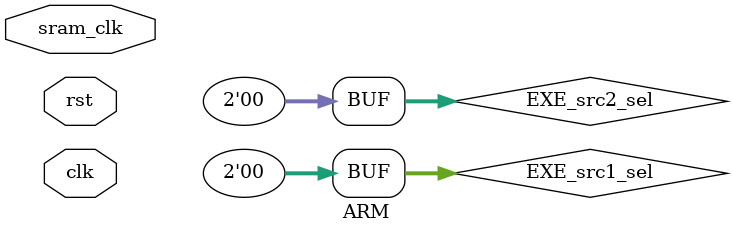
<source format=v>
module ARM(sram_clk, clk, rst);
  input clk, rst, sram_clk;

  wire [31:0] IF_PcOut, IF_InstructionOut, branch_addr, MEM_WB_ALUresult, MEM_WB_MemOut, IF_ID_PcOut, IF_ID_InstructionOut,
    ID_PcOut, ID_val_Rn, ID_val_Rm, WB_Value,
    ID_reg_pc_out, ID_reg_val_Rn_out, ID_reg_val_Rm_out,
    EXE_MEM_val_Rm_out, EXE_MEM_ALU_res_out, EXE_MEM_instruction_out, MEM_ALU_res_out, EXE_instruction_out, EXE_val_Rm_out, ALU_res, MEM_mem_out;
	
  wire [23:0] ID_signed_immediate, ID_reg_signed_immediate_out;
	
  wire [11:0] ID_shifter_operand, ID_reg_shifter_operand_out;
  
  wire [3:0] ID_reg_file_dst, ID_reg_file_src1, ID_reg_file_src2, ID_EX_command_out, status, MEM_WB_dst_out, 
    ID_reg_reg_file_dst_out, ID_reg_SR_out, ID_reg_EX_command_out, ID_reg_reg_file_src1, ID_reg_reg_file_src2,
    EXE_MEM_dst_out, EXE_reg_file_dst_out, EXE_SR_out;

  wire [1:0] EXE_src1_sel, EXE_src2_sel;
  assign EXE_src1_sel = 2'b0;
  assign EXE_src2_sel = 2'b0;
  //------------------------------------------------------------------------------------------ 
  IF_Stage  IF (clk, rst, ready, hazard_detected, EXE_B_out, branch_addr, 
                              IF_PcOut, IF_InstructionOut);

  IF_ID  IFID (clk, rst, ready, IF_PcOut, IF_InstructionOut, EXE_B_out, hazard_detected, 
    IF_ID_PcOut, IF_ID_InstructionOut);

  //------------------------------------------------------------------------------------------ 
  HazardDetectionUnit HazardDetect(
    EXE_mem_read_out, ID_reg_file_src1, EXE_MEM_dst_out, EXE_MEM_WB_en_out, ID_reg_reg_file_dst_out, ID_reg_WB_en_out, ID_reg_file_src2, Two_src, src1_available, src2_available,
    hazard_detected);
  // HazardDetectionUnit HazardDetect(
  //   ID_reg_file_src1, EXE_MEM_dst_out, EXE_MEM_WB_en_out, ID_reg_reg_file_dst_out, ID_reg_WB_en_out, ID_reg_file_src2, Two_src, 
  //   hazard_detected);

  ID_Stage ID(clk, rst, hazard_detected, IF_ID_PcOut, IF_ID_InstructionOut, MEM_WB_dst_out, WB_Value, MEM_WB_WB_en_out, status, 
    
    ID_PcOut, ID_reg_file_src1, ID_reg_file_src2, ID_reg_file_dst, ID_val_Rn, ID_val_Rm, ID_signed_immediate, 
    ID_shifter_operand, ID_EX_command_out,ID_mem_read_out, ID_mem_write_out, ID_WB_en_out, ID_Imm_out, ID_B_out, 
    ID_SR_update_out, Two_src, src1_available, src2_available); 
  
  ID_EX IDEX(clk, rst, ready, ID_WB_en_out, ID_mem_read_out, ID_mem_write_out, ID_EX_command_out, ID_B_out, 
    ID_SR_update_out, ID_PcOut, ID_val_Rn, ID_val_Rm, ID_Imm_out, ID_shifter_operand, ID_signed_immediate, 
    ID_reg_file_dst, EXE_B_out, status, ID_reg_file_src1,ID_reg_file_src2,
    
    ID_reg_reg_file_src1, ID_reg_reg_file_src2, ID_reg_SR_out, ID_reg_WB_en_out, ID_reg_mem_read_out, ID_reg_mem_write_out,
    ID_reg_EX_command_out, ID_reg_B_out, ID_reg_SR_update_out, ID_reg_pc_out, ID_reg_val_Rn_out, ID_reg_val_Rm_out, ID_reg_Imm_out, ID_reg_shifter_operand_out,
    ID_reg_signed_immediate_out, ID_reg_reg_file_dst_out);

  //------------------------------------------------------------------------------------------ 
  EXE_Stage EXE(clk, rst, ID_reg_pc_out, ID_reg_signed_immediate_out, ID_reg_EX_command_out, ID_reg_SR_out, ID_reg_shifter_operand_out, ID_reg_reg_file_dst_out,
    ID_reg_mem_read_out, ID_reg_mem_write_out, ID_reg_Imm_out, ID_reg_WB_en_out, ID_reg_B_out, ID_reg_val_Rn_out, ID_reg_val_Rm_out, EXE_src1_sel, EXE_src2_sel, EXE_MEM_ALU_res_out, WB_Value,
    
    EXE_reg_file_dst_out, EXE_SR_out, ALU_res, EXE_val_Rm_out, branch_addr, EXE_mem_read_out, EXE_mem_write_out, EXE_WB_en_out, EXE_B_out);

  EX_MEM EXMEM(clk, rst, ready, EXE_WB_en_out, EXE_mem_read_out, EXE_mem_write_out, ALU_res,
    EXE_val_Rm_out, EXE_reg_file_dst_out, 

    EXE_MEM_WB_en_out, EXE_MEM_mem_read_out, EXE_MEM_mem_write_out,
    EXE_MEM_ALU_res_out, EXE_MEM_val_Rm_out, EXE_MEM_dst_out);
  
  StatusRegister StatusReg(clk, rst, ID_reg_SR_update_out, EXE_SR_out, status);

  forwardingUnit FU(ID_reg_reg_file_src1, ID_reg_reg_file_src2, EXE_MEM_dst_out, MEM_WB_dst_out, EXE_MEM_WB_en_out, MEM_WB_WB_en_out,
                    EXE_src1_sel, EXE_src2_sel);

  //------------------------------------------------------------------------------------------ 
  Memory mem(sram_clk, clk, rst, EXE_MEM_mem_read_out, EXE_MEM_mem_write_out, EXE_MEM_ALU_res_out, EXE_MEM_val_Rm_out, MEM_mem_out, ready);

  MEM_WB MEMWB(clk, rst, ready, EXE_MEM_WB_en_out, EXE_MEM_mem_read_out, EXE_MEM_ALU_res_out, MEM_mem_out, EXE_MEM_dst_out,
    MEM_WB_WB_en_out, MEM_WB_read_out, MEM_WB_ALUresult, MEM_WB_MemOut, MEM_WB_dst_out);

  //------------------------------------------------------------------------------------------ 
  WB_Stage WB(clk, rst, MEM_WB_ALUresult, MEM_WB_MemOut, MEM_WB_read_out, WB_Value);

endmodule

</source>
